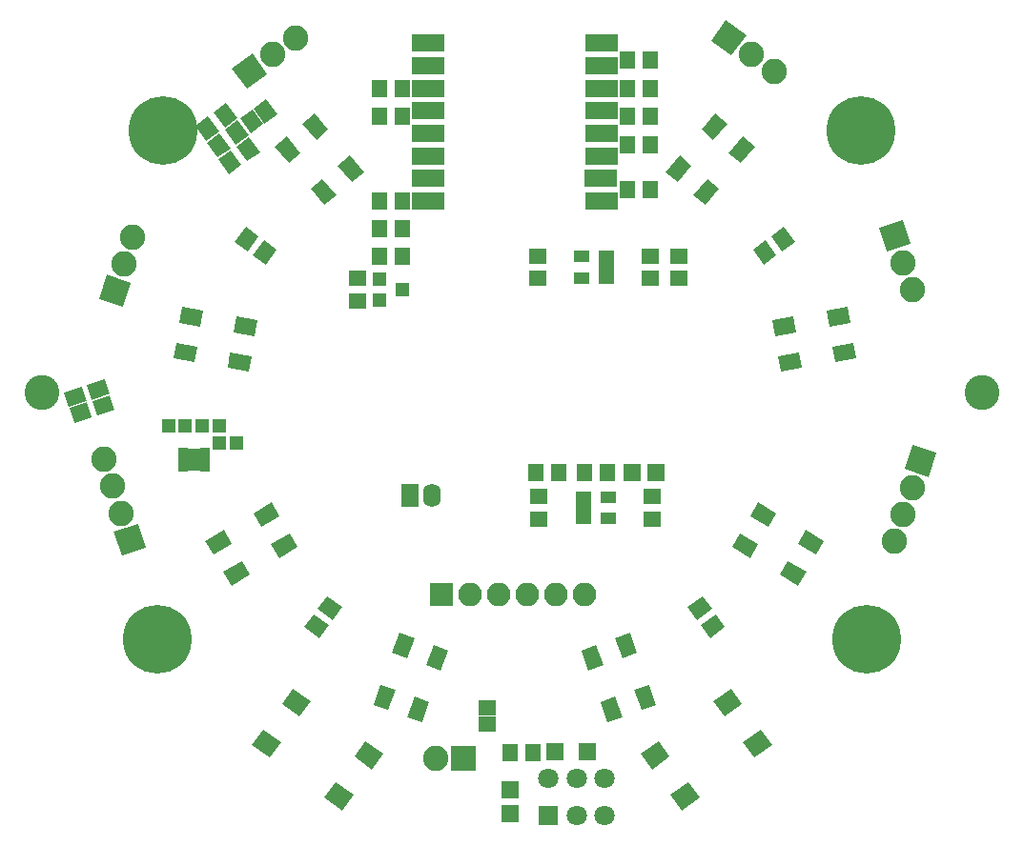
<source format=gts>
G04 #@! TF.FileFunction,Soldermask,Top*
%FSLAX46Y46*%
G04 Gerber Fmt 4.6, Leading zero omitted, Abs format (unit mm)*
G04 Created by KiCad (PCBNEW 4.0.6) date Saturday, June 09, 2018 'PMt' 06:08:09 PM*
%MOMM*%
%LPD*%
G01*
G04 APERTURE LIST*
%ADD10C,0.100000*%
%ADD11C,3.100000*%
%ADD12C,6.100000*%
%ADD13R,1.650000X1.400000*%
%ADD14R,1.460000X1.050000*%
%ADD15C,2.250000*%
%ADD16R,1.400000X1.650000*%
%ADD17R,1.598880X1.598880*%
%ADD18R,1.600000X2.100000*%
%ADD19O,1.600000X2.100000*%
%ADD20R,1.300000X1.200000*%
%ADD21R,1.797000X1.797000*%
%ADD22C,1.797000*%
%ADD23R,2.900000X1.500000*%
%ADD24R,2.100000X2.100000*%
%ADD25O,2.100000X2.100000*%
%ADD26R,0.900000X0.650000*%
%ADD27R,1.650000X1.620000*%
%ADD28R,1.200000X1.150000*%
%ADD29R,2.250000X2.250000*%
G04 APERTURE END LIST*
D10*
D11*
X58000000Y-100000000D03*
D12*
X68250000Y-122000000D03*
X131250000Y-122000000D03*
X68750000Y-76750000D03*
D13*
X112035554Y-89894834D03*
X112035554Y-87894834D03*
X114554000Y-89900000D03*
X114554000Y-87900000D03*
D14*
X108135554Y-89844834D03*
X108135554Y-88894834D03*
X108135554Y-87944834D03*
X105935554Y-87944834D03*
X105935554Y-89844834D03*
D13*
X102035554Y-89894834D03*
X102035554Y-87894834D03*
D10*
G36*
X67235210Y-113855218D02*
X65095333Y-114550507D01*
X64400044Y-112410630D01*
X66539921Y-111715341D01*
X67235210Y-113855218D01*
X67235210Y-113855218D01*
G37*
D15*
X65045085Y-110755283D03*
X64272542Y-108377641D03*
X63500000Y-106000000D03*
D10*
G36*
X65222294Y-92417583D02*
X63082417Y-91722294D01*
X63777706Y-89582417D01*
X65917583Y-90277706D01*
X65222294Y-92417583D01*
X65222294Y-92417583D01*
G37*
D15*
X65272542Y-88622359D03*
X66045085Y-86244717D03*
D10*
G36*
X120081349Y-79646145D02*
X119008887Y-78746242D01*
X120230183Y-77290757D01*
X121302645Y-78190660D01*
X120081349Y-79646145D01*
X120081349Y-79646145D01*
G37*
G36*
X117630007Y-77589225D02*
X116557545Y-76689322D01*
X117778841Y-75233837D01*
X118851303Y-76133740D01*
X117630007Y-77589225D01*
X117630007Y-77589225D01*
G37*
G36*
X116931689Y-83399763D02*
X115859227Y-82499860D01*
X117080523Y-81044375D01*
X118152985Y-81944278D01*
X116931689Y-83399763D01*
X116931689Y-83399763D01*
G37*
G36*
X114480347Y-81342843D02*
X113407885Y-80442940D01*
X114629181Y-78987455D01*
X115701643Y-79887358D01*
X114480347Y-81342843D01*
X114480347Y-81342843D01*
G37*
G36*
X128466411Y-97316084D02*
X128223304Y-95937353D01*
X130094439Y-95607422D01*
X130337546Y-96986153D01*
X128466411Y-97316084D01*
X128466411Y-97316084D01*
G37*
G36*
X127910737Y-94164700D02*
X127667630Y-92785969D01*
X129538765Y-92456038D01*
X129781872Y-93834769D01*
X127910737Y-94164700D01*
X127910737Y-94164700D01*
G37*
G36*
X123640853Y-98166960D02*
X123397746Y-96788229D01*
X125268881Y-96458298D01*
X125511988Y-97837029D01*
X123640853Y-98166960D01*
X123640853Y-98166960D01*
G37*
G36*
X123085179Y-95015576D02*
X122842072Y-93636845D01*
X124713207Y-93306914D01*
X124956314Y-94685645D01*
X123085179Y-95015576D01*
X123085179Y-95015576D01*
G37*
G36*
X123531724Y-116241859D02*
X124231724Y-115029423D01*
X125877172Y-115979423D01*
X125177172Y-117191859D01*
X123531724Y-116241859D01*
X123531724Y-116241859D01*
G37*
G36*
X125131724Y-113470577D02*
X125831724Y-112258141D01*
X127477172Y-113208141D01*
X126777172Y-114420577D01*
X125131724Y-113470577D01*
X125131724Y-113470577D01*
G37*
G36*
X119288200Y-113791859D02*
X119988200Y-112579423D01*
X121633648Y-113529423D01*
X120933648Y-114741859D01*
X119288200Y-113791859D01*
X119288200Y-113791859D01*
G37*
G36*
X120888200Y-111020577D02*
X121588200Y-109808141D01*
X123233648Y-110758141D01*
X122533648Y-111970577D01*
X120888200Y-111020577D01*
X120888200Y-111020577D01*
G37*
G36*
X107586281Y-127567886D02*
X108901851Y-127089058D01*
X109551689Y-128874474D01*
X108236119Y-129353302D01*
X107586281Y-127567886D01*
X107586281Y-127567886D01*
G37*
G36*
X110593298Y-126473422D02*
X111908868Y-125994594D01*
X112558706Y-127780010D01*
X111243136Y-128258838D01*
X110593298Y-126473422D01*
X110593298Y-126473422D01*
G37*
G36*
X105910382Y-122963392D02*
X107225952Y-122484564D01*
X107875790Y-124269980D01*
X106560220Y-124748808D01*
X105910382Y-122963392D01*
X105910382Y-122963392D01*
G37*
G36*
X108917399Y-121868928D02*
X110232969Y-121390100D01*
X110882807Y-123175516D01*
X109567237Y-123654344D01*
X108917399Y-121868928D01*
X108917399Y-121868928D01*
G37*
G36*
X88091132Y-125994594D02*
X89406702Y-126473422D01*
X88756864Y-128258838D01*
X87441294Y-127780010D01*
X88091132Y-125994594D01*
X88091132Y-125994594D01*
G37*
G36*
X91098149Y-127089058D02*
X92413719Y-127567886D01*
X91763881Y-129353302D01*
X90448311Y-128874474D01*
X91098149Y-127089058D01*
X91098149Y-127089058D01*
G37*
G36*
X89767031Y-121390100D02*
X91082601Y-121868928D01*
X90432763Y-123654344D01*
X89117193Y-123175516D01*
X89767031Y-121390100D01*
X89767031Y-121390100D01*
G37*
G36*
X92774048Y-122484564D02*
X94089618Y-122963392D01*
X93439780Y-124748808D01*
X92124210Y-124269980D01*
X92774048Y-122484564D01*
X92774048Y-122484564D01*
G37*
G36*
X74168276Y-112258141D02*
X74868276Y-113470577D01*
X73222828Y-114420577D01*
X72522828Y-113208141D01*
X74168276Y-112258141D01*
X74168276Y-112258141D01*
G37*
G36*
X75768276Y-115029423D02*
X76468276Y-116241859D01*
X74822828Y-117191859D01*
X74122828Y-115979423D01*
X75768276Y-115029423D01*
X75768276Y-115029423D01*
G37*
G36*
X78411800Y-109808141D02*
X79111800Y-111020577D01*
X77466352Y-111970577D01*
X76766352Y-110758141D01*
X78411800Y-109808141D01*
X78411800Y-109808141D01*
G37*
G36*
X80011800Y-112579423D02*
X80711800Y-113791859D01*
X79066352Y-114741859D01*
X78366352Y-113529423D01*
X80011800Y-112579423D01*
X80011800Y-112579423D01*
G37*
G36*
X72332370Y-92785969D02*
X72089263Y-94164700D01*
X70218128Y-93834769D01*
X70461235Y-92456038D01*
X72332370Y-92785969D01*
X72332370Y-92785969D01*
G37*
G36*
X71776696Y-95937353D02*
X71533589Y-97316084D01*
X69662454Y-96986153D01*
X69905561Y-95607422D01*
X71776696Y-95937353D01*
X71776696Y-95937353D01*
G37*
G36*
X77157928Y-93636845D02*
X76914821Y-95015576D01*
X75043686Y-94685645D01*
X75286793Y-93306914D01*
X77157928Y-93636845D01*
X77157928Y-93636845D01*
G37*
G36*
X76602254Y-96788229D02*
X76359147Y-98166960D01*
X74488012Y-97837029D01*
X74731119Y-96458298D01*
X76602254Y-96788229D01*
X76602254Y-96788229D01*
G37*
G36*
X83442455Y-76689322D02*
X82369993Y-77589225D01*
X81148697Y-76133740D01*
X82221159Y-75233837D01*
X83442455Y-76689322D01*
X83442455Y-76689322D01*
G37*
G36*
X80991113Y-78746242D02*
X79918651Y-79646145D01*
X78697355Y-78190660D01*
X79769817Y-77290757D01*
X80991113Y-78746242D01*
X80991113Y-78746242D01*
G37*
G36*
X86592115Y-80442940D02*
X85519653Y-81342843D01*
X84298357Y-79887358D01*
X85370819Y-78987455D01*
X86592115Y-80442940D01*
X86592115Y-80442940D01*
G37*
G36*
X84140773Y-82499860D02*
X83068311Y-83399763D01*
X81847015Y-81944278D01*
X82919477Y-81044375D01*
X84140773Y-82499860D01*
X84140773Y-82499860D01*
G37*
D13*
X102160000Y-111262000D03*
X102160000Y-109262000D03*
D16*
X90000000Y-85500000D03*
X88000000Y-85500000D03*
X90000000Y-83000000D03*
X88000000Y-83000000D03*
D10*
G36*
X122109594Y-88666674D02*
X121139748Y-87331796D01*
X122272372Y-86508896D01*
X123242218Y-87843774D01*
X122109594Y-88666674D01*
X122109594Y-88666674D01*
G37*
G36*
X123727628Y-87491104D02*
X122757782Y-86156226D01*
X123890406Y-85333326D01*
X124860252Y-86668204D01*
X123727628Y-87491104D01*
X123727628Y-87491104D01*
G37*
G36*
X115333326Y-119109594D02*
X116668204Y-118139748D01*
X117491104Y-119272372D01*
X116156226Y-120242218D01*
X115333326Y-119109594D01*
X115333326Y-119109594D01*
G37*
G36*
X116508896Y-120727628D02*
X117843774Y-119757782D01*
X118666674Y-120890406D01*
X117331796Y-121860252D01*
X116508896Y-120727628D01*
X116508896Y-120727628D01*
G37*
G36*
X83331796Y-118139748D02*
X84666674Y-119109594D01*
X83843774Y-120242218D01*
X82508896Y-119272372D01*
X83331796Y-118139748D01*
X83331796Y-118139748D01*
G37*
G36*
X82156226Y-119757782D02*
X83491104Y-120727628D01*
X82668204Y-121860252D01*
X81333326Y-120890406D01*
X82156226Y-119757782D01*
X82156226Y-119757782D01*
G37*
G36*
X78860252Y-87331796D02*
X77890406Y-88666674D01*
X76757782Y-87843774D01*
X77727628Y-86508896D01*
X78860252Y-87331796D01*
X78860252Y-87331796D01*
G37*
G36*
X77242218Y-86156226D02*
X76272372Y-87491104D01*
X75139748Y-86668204D01*
X76109594Y-85333326D01*
X77242218Y-86156226D01*
X77242218Y-86156226D01*
G37*
D17*
X112555020Y-107188000D03*
X110456980Y-107188000D03*
X99568000Y-135348980D03*
X99568000Y-137447020D03*
D18*
X90678000Y-109220000D03*
D19*
X92678000Y-109220000D03*
D10*
G36*
X117406055Y-68779423D02*
X118728572Y-66959134D01*
X120548861Y-68281651D01*
X119226344Y-70101940D01*
X117406055Y-68779423D01*
X117406055Y-68779423D01*
G37*
D15*
X121000000Y-70000000D03*
X123022543Y-71469463D03*
D10*
G36*
X76206029Y-73040866D02*
X74883512Y-71220577D01*
X76703801Y-69898060D01*
X78026318Y-71718349D01*
X76206029Y-73040866D01*
X76206029Y-73040866D01*
G37*
D15*
X78477457Y-70000000D03*
X80500000Y-68530537D03*
D10*
G36*
X132309874Y-85400065D02*
X134449751Y-84704776D01*
X135145040Y-86844653D01*
X133005163Y-87539942D01*
X132309874Y-85400065D01*
X132309874Y-85400065D01*
G37*
D15*
X134499999Y-88500000D03*
X135272542Y-90877642D03*
D10*
G36*
X135322791Y-104704776D02*
X137462668Y-105400065D01*
X136767379Y-107539942D01*
X134627502Y-106844653D01*
X135322791Y-104704776D01*
X135322791Y-104704776D01*
G37*
D15*
X135272543Y-108500000D03*
X134500000Y-110877642D03*
X133727458Y-113255283D03*
D10*
G36*
X62001991Y-99342765D02*
X63571235Y-98832887D01*
X64003859Y-100164367D01*
X62434615Y-100674245D01*
X62001991Y-99342765D01*
X62001991Y-99342765D01*
G37*
G36*
X62465517Y-100769349D02*
X64034761Y-100259471D01*
X64467385Y-101590951D01*
X62898141Y-102100829D01*
X62465517Y-100769349D01*
X62465517Y-100769349D01*
G37*
G36*
X76561848Y-77019728D02*
X75592002Y-75684850D01*
X76724626Y-74861950D01*
X77694472Y-76196828D01*
X76561848Y-77019728D01*
X76561848Y-77019728D01*
G37*
G36*
X77775374Y-76138050D02*
X76805528Y-74803172D01*
X77938152Y-73980272D01*
X78907998Y-75315150D01*
X77775374Y-76138050D01*
X77775374Y-76138050D01*
G37*
D20*
X88000000Y-89950000D03*
X88000000Y-91850000D03*
X90000000Y-90900000D03*
D21*
X103000000Y-137650000D03*
D22*
X105500000Y-137650000D03*
X108000000Y-137650000D03*
X108000000Y-134350000D03*
X105500000Y-134350000D03*
X103000000Y-134350000D03*
D10*
G36*
X114817500Y-137167490D02*
X113818265Y-135792161D01*
X115395848Y-134645980D01*
X116395083Y-136021309D01*
X114817500Y-137167490D01*
X114817500Y-137167490D01*
G37*
G36*
X112172467Y-133526913D02*
X111173232Y-132151584D01*
X112750815Y-131005403D01*
X113750050Y-132380732D01*
X112172467Y-133526913D01*
X112172467Y-133526913D01*
G37*
G36*
X118604152Y-128854020D02*
X117604917Y-127478691D01*
X119182500Y-126332510D01*
X120181735Y-127707839D01*
X118604152Y-128854020D01*
X118604152Y-128854020D01*
G37*
G36*
X121249185Y-132494597D02*
X120249950Y-131119268D01*
X121827533Y-129973087D01*
X122826768Y-131348416D01*
X121249185Y-132494597D01*
X121249185Y-132494597D01*
G37*
G36*
X76673232Y-131348416D02*
X77672467Y-129973087D01*
X79250050Y-131119268D01*
X78250815Y-132494597D01*
X76673232Y-131348416D01*
X76673232Y-131348416D01*
G37*
G36*
X79318265Y-127707839D02*
X80317500Y-126332510D01*
X81895083Y-127478691D01*
X80895848Y-128854020D01*
X79318265Y-127707839D01*
X79318265Y-127707839D01*
G37*
G36*
X85749950Y-132380732D02*
X86749185Y-131005403D01*
X88326768Y-132151584D01*
X87327533Y-133526913D01*
X85749950Y-132380732D01*
X85749950Y-132380732D01*
G37*
G36*
X83104917Y-136021309D02*
X84104152Y-134645980D01*
X85681735Y-135792161D01*
X84682500Y-137167490D01*
X83104917Y-136021309D01*
X83104917Y-136021309D01*
G37*
D14*
X106060000Y-109312000D03*
X106060000Y-110262000D03*
X106060000Y-111212000D03*
X108260000Y-111212000D03*
X108260000Y-109312000D03*
D23*
X92300000Y-69000000D03*
X92300000Y-71000000D03*
X92300000Y-73000000D03*
X92300000Y-75000000D03*
X92300000Y-77000000D03*
X92300000Y-79000000D03*
X92300000Y-81000000D03*
X92300000Y-83000000D03*
X107700000Y-83000000D03*
X107600000Y-81000000D03*
X107700000Y-79000000D03*
X107700000Y-77000000D03*
X107700000Y-75000000D03*
X107700000Y-73000000D03*
X107700000Y-71000000D03*
X107700000Y-69000000D03*
D13*
X112160000Y-111262000D03*
X112160000Y-109262000D03*
D24*
X93500000Y-118000000D03*
D25*
X96040000Y-118000000D03*
X98580000Y-118000000D03*
X101120000Y-118000000D03*
X103660000Y-118000000D03*
X106200000Y-118000000D03*
D16*
X88000000Y-87900000D03*
X90000000Y-87900000D03*
X106188000Y-107188000D03*
X108188000Y-107188000D03*
X101584000Y-132080000D03*
X99584000Y-132080000D03*
X103870000Y-107188000D03*
X101870000Y-107188000D03*
D13*
X86000000Y-89900000D03*
X86000000Y-91900000D03*
D16*
X112000000Y-78000000D03*
X110000000Y-78000000D03*
X88000000Y-73000000D03*
X90000000Y-73000000D03*
X112000000Y-73000000D03*
X110000000Y-73000000D03*
X112000000Y-75500000D03*
X110000000Y-75500000D03*
X110000000Y-82000000D03*
X112000000Y-82000000D03*
X88000000Y-75500000D03*
X90000000Y-75500000D03*
D10*
G36*
X74609594Y-80666674D02*
X73639748Y-79331796D01*
X74772372Y-78508896D01*
X75742218Y-79843774D01*
X74609594Y-80666674D01*
X74609594Y-80666674D01*
G37*
G36*
X76227628Y-79491104D02*
X75257782Y-78156226D01*
X76390406Y-77333326D01*
X77360252Y-78668204D01*
X76227628Y-79491104D01*
X76227628Y-79491104D01*
G37*
D16*
X112000000Y-70500000D03*
X110000000Y-70500000D03*
D10*
G36*
X72609594Y-77666674D02*
X71639748Y-76331796D01*
X72772372Y-75508896D01*
X73742218Y-76843774D01*
X72609594Y-77666674D01*
X72609594Y-77666674D01*
G37*
G36*
X74227628Y-76491104D02*
X73257782Y-75156226D01*
X74390406Y-74333326D01*
X75360252Y-75668204D01*
X74227628Y-76491104D01*
X74227628Y-76491104D01*
G37*
G36*
X73609594Y-79166674D02*
X72639748Y-77831796D01*
X73772372Y-77008896D01*
X74742218Y-78343774D01*
X73609594Y-79166674D01*
X73609594Y-79166674D01*
G37*
G36*
X75227628Y-77991104D02*
X74257782Y-76656226D01*
X75390406Y-75833326D01*
X76360252Y-77168204D01*
X75227628Y-77991104D01*
X75227628Y-77991104D01*
G37*
G36*
X59982610Y-99998900D02*
X61551854Y-99489022D01*
X61984478Y-100820502D01*
X60415234Y-101330380D01*
X59982610Y-99998900D01*
X59982610Y-99998900D01*
G37*
G36*
X60446136Y-101425484D02*
X62015380Y-100915606D01*
X62448004Y-102247086D01*
X60878760Y-102756964D01*
X60446136Y-101425484D01*
X60446136Y-101425484D01*
G37*
D26*
X70550000Y-105250000D03*
X70550000Y-105750000D03*
X70550000Y-106250000D03*
X70550000Y-106750000D03*
X72450000Y-106750000D03*
X72450000Y-106250000D03*
X72450000Y-105750000D03*
X72450000Y-105250000D03*
D20*
X71500000Y-106400000D03*
X71500000Y-105600000D03*
D27*
X103525000Y-132000000D03*
X106475000Y-132000000D03*
D13*
X97536000Y-128028000D03*
X97536000Y-129528000D03*
D28*
X69250000Y-103000000D03*
X70750000Y-103000000D03*
X73750000Y-103000000D03*
X72250000Y-103000000D03*
X73750000Y-104500000D03*
X75250000Y-104500000D03*
D29*
X95464000Y-132588000D03*
D15*
X92964000Y-132588000D03*
D12*
X130750000Y-76750000D03*
D11*
X141500000Y-100000000D03*
M02*

</source>
